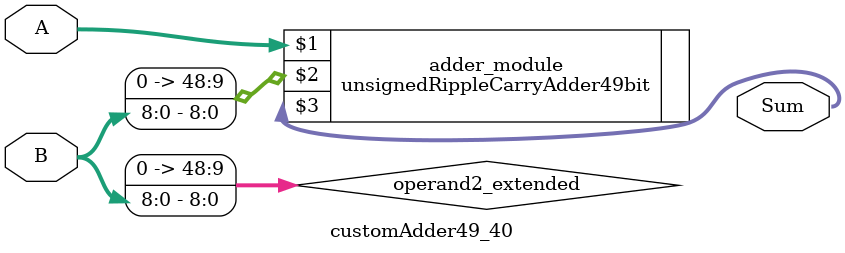
<source format=v>
module customAdder49_40(
                        input [48 : 0] A,
                        input [8 : 0] B,
                        
                        output [49 : 0] Sum
                );

        wire [48 : 0] operand2_extended;
        
        assign operand2_extended =  {40'b0, B};
        
        unsignedRippleCarryAdder49bit adder_module(
            A,
            operand2_extended,
            Sum
        );
        
        endmodule
        
</source>
